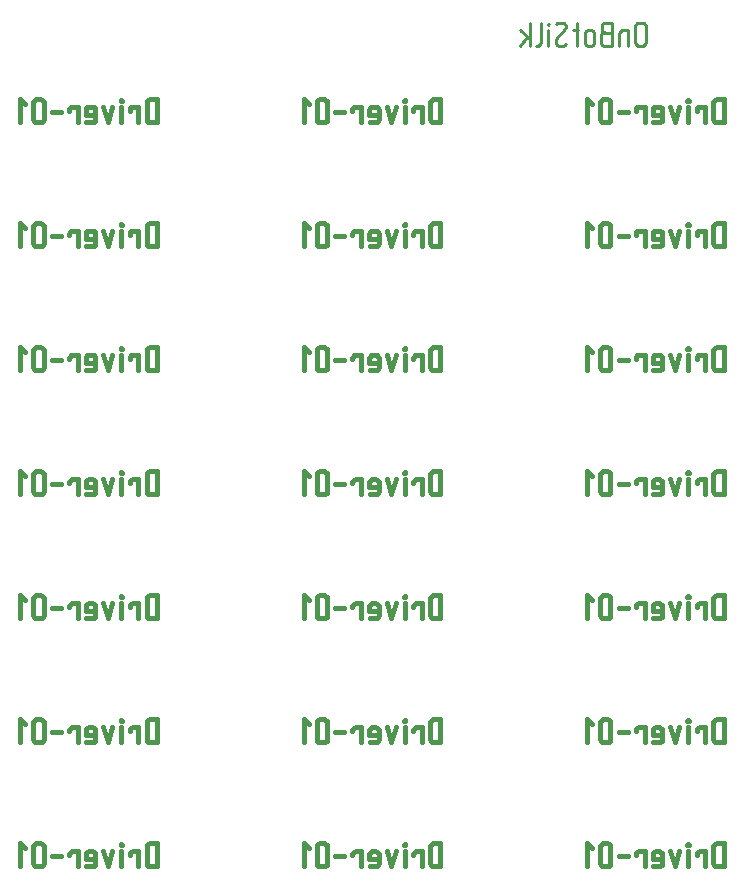
<source format=gbr>
G04 FreePCB MFC Application*
G04 Version: ÏëàòÔîðì 2.427*
G04 Author: niconson.com *
G04 WebSite: https://niconson.com/freepcb2 *
G04 Repositories: https://github.com/niconson *
G04 D:\Works\ÏëàòÔîðì íà ðóññêîì\Projects\Led\version-01\CAM(Driver-01)(11-20-2025)\Driver-01.BSL.gbr*

G04 Objects of panelization *
G04 ø¸ëê íèç layer *
G04 Scale: 100 percent, Rotated: No, Reflected: No *
%FSLAX26Y26*%
%MOIN*%
G04 ø¸ëê íèç *
G04 Rounded Rectangle Macro, params: W/2, H/2, R *
%AMRNDREC*
21,1,$1+$1,$2+$2-$3-$3,0,0,0*
21,1,$1+$1-$3-$3,$2+$2,0,0,0*
1,1,$3+$3,$1-$3,$2-$3*
1,1,$3+$3,$3-$1,$2-$3*
1,1,$3+$3,$1-$3,$3-$2*
1,1,$3+$3,$3-$1,$3-$2*%
G04 Rectangular Thermal Macro, params: W/4, H/4, TW/4, TC/4 *
%AMRECTHERM*
21,1,$1+$1-$3-$3-$4-$4,$2+$2-$3-$3-$4-$4-$4-$4,0-$1-$3-$4,0-$2-$3,0*
21,1,$1+$1-$3-$3-$4-$4-$4-$4,$2+$2-$3-$3-$4-$4,0-$1-$3,0-$2-$3-$4,0*
1,1,$4+$4+$4+$4,0-$1-$1+$4+$4,0-$2-$2+$4+$4*
1,1,$4+$4+$4+$4,0-$1-$1+$4+$4,0-$3-$3-$4-$4*
1,1,$4+$4+$4+$4,0-$3-$3-$4-$4,0-$2-$2+$4+$4*
21,1,$1+$1-$3-$3-$4-$4,$2+$2-$3-$3-$4-$4-$4-$4,0-$1-$3-$4,$2+$3,0*
21,1,$1+$1-$3-$3-$4-$4-$4-$4,$2+$2-$3-$3-$4-$4,0-$1-$3,$2+$3+$4,0*
1,1,$4+$4+$4+$4,0-$1-$1+$4+$4,$2+$2-$4-$4*
1,1,$4+$4+$4+$4,0-$1-$1+$4+$4,$3+$3+$4+$4*
1,1,$4+$4+$4+$4,0-$3-$3-$4-$4,$2+$2-$4-$4*
21,1,$1+$1-$3-$3-$4-$4,$2+$2-$3-$3-$4-$4-$4-$4,$1+$3+$4,0-$2-$3,0*
21,1,$1+$1-$3-$3-$4-$4-$4-$4,$2+$2-$3-$3-$4-$4,$1+$3,0-$2-$3-$4,0*
1,1,$4+$4+$4+$4,$1+$1-$4-$4,0-$2-$2+$4+$4*
1,1,$4+$4+$4+$4,$1+$1-$4-$4,0-$3-$3-$4-$4*
1,1,$4+$4+$4+$4,$3+$3+$4+$4,0-$2-$2+$4+$4*
21,1,$1+$1-$3-$3-$4-$4,$2+$2-$3-$3-$4-$4-$4-$4,$1+$3+$4,$2+$3,0*
21,1,$1+$1-$3-$3-$4-$4-$4-$4,$2+$2-$3-$3-$4-$4,$1+$3,$2+$3+$4,0*
1,1,$4+$4+$4+$4,$1+$1-$4-$4,$2+$2-$4-$4*
1,1,$4+$4+$4+$4,$1+$1-$4-$4,$3+$3+$4+$4*
1,1,$4+$4+$4+$4,$3+$3+$4+$4,$2+$2-$4-$4*%
%AMRECTHERM_45*
21,1,$1+$1+$1+$1,$2+$2+$2+$2-$4-$4-$4-$4-$4-$4-$4-$4-$4-$4-$3-$3,0,0,0*
21,1,$1+$1+$1+$1-$4-$4-$4-$4-$4-$4-$4-$4-$4-$4-$3-$3,$2+$2+$2+$2,0,0,0*
1,1,$4+$4+$4+$4,$1+$1-$4-$4,$2+$2-$4-$4-$4-$4-$4-$3*
1,1,$4+$4+$4+$4,$1+$1-$4-$4,0-$2-$2+$4+$4+$4+$4+$4+$3*
1,1,$4+$4+$4+$4,$1+$1-$4-$4-$4-$4-$4-$3,$2+$2-$4-$4*
1,1,$4+$4+$4+$4,0-$1-$1+$4+$4+$4+$4+$4+$3,$2+$2-$4-$4*
1,1,$4+$4+$4+$4,0-$1-$1+$4+$4,$2+$2-$4-$4-$4-$4-$4-$3*
1,1,$4+$4+$4+$4,0-$1-$1+$4+$4,0-$2-$2+$4+$4+$4+$4+$4+$3*
1,1,$4+$4+$4+$4,$1+$1-$4-$4-$4-$4-$4-$3,0-$2-$2+$4+$4*
1,1,$4+$4+$4+$4,0-$1-$1+$4+$4+$4+$4+$4+$3,0-$2-$2+$4+$4*%
%ADD10C,0.011249*%
%ADD11C,0.010000*%
%ADD12C,0.015748*%
G01*
G04 begin color: clBlack*
%LPD*%

G04 Objects of panelization *
D10*
X2047200Y2826600D02*
X2045500Y2821500D01*
X2045500Y2821500D02*
X2042100Y2818050D01*
X2042100Y2818050D02*
X2036950Y2816350D01*
X2036950Y2816350D02*
X2021550Y2816350D01*
X2021550Y2816350D02*
X2016400Y2818050D01*
X2016400Y2818050D02*
X2013000Y2821500D01*
X2013000Y2821500D02*
X2011250Y2826600D01*
X2011250Y2826600D02*
X2011250Y2883100D01*
X2011250Y2883100D02*
X2013000Y2888250D01*
X2013000Y2888250D02*
X2016400Y2891650D01*
X2016400Y2891650D02*
X2021550Y2893350D01*
X2021550Y2893350D02*
X2036950Y2893350D01*
X2036950Y2893350D02*
X2042100Y2891650D01*
X2042100Y2891650D02*
X2045500Y2888250D01*
X2045500Y2888250D02*
X2047200Y2883100D01*
X2047200Y2883100D02*
X2047200Y2826600D01*
X1988750Y2816350D02*
X1988750Y2867700D01*
X1988750Y2867700D02*
X1968200Y2867700D01*
X1968200Y2867700D02*
X1963050Y2866000D01*
X1963050Y2866000D02*
X1959650Y2862550D01*
X1959650Y2862550D02*
X1957950Y2857400D01*
X1957950Y2857400D02*
X1957950Y2816350D01*
X1911450Y2893350D02*
X1935400Y2893350D01*
X1935400Y2893350D02*
X1935400Y2816350D01*
X1935400Y2816350D02*
X1908050Y2816350D01*
X1908050Y2816350D02*
X1902900Y2818050D01*
X1902900Y2818050D02*
X1899450Y2821500D01*
X1899450Y2821500D02*
X1897750Y2826600D01*
X1897750Y2826600D02*
X1897750Y2848850D01*
X1897750Y2848850D02*
X1899450Y2854000D01*
X1899450Y2854000D02*
X1902900Y2857400D01*
X1911450Y2893350D02*
X1906300Y2891650D01*
X1906300Y2891650D02*
X1902900Y2888250D01*
X1902900Y2888250D02*
X1901200Y2883100D01*
X1901200Y2883100D02*
X1901200Y2869400D01*
X1901200Y2869400D02*
X1902900Y2864250D01*
X1902900Y2864250D02*
X1906300Y2860850D01*
X1906300Y2860850D02*
X1911450Y2859150D01*
X1902900Y2857400D02*
X1908050Y2859150D01*
X1908050Y2859150D02*
X1935400Y2859150D01*
X1875250Y2826600D02*
X1873500Y2821500D01*
X1873500Y2821500D02*
X1870100Y2818050D01*
X1870100Y2818050D02*
X1864950Y2816350D01*
X1864950Y2816350D02*
X1854700Y2816350D01*
X1854700Y2816350D02*
X1849550Y2818050D01*
X1849550Y2818050D02*
X1846150Y2821500D01*
X1846150Y2821500D02*
X1844400Y2826600D01*
X1844400Y2826600D02*
X1844400Y2857400D01*
X1844400Y2857400D02*
X1846150Y2862550D01*
X1846150Y2862550D02*
X1849550Y2866000D01*
X1849550Y2866000D02*
X1854700Y2867700D01*
X1854700Y2867700D02*
X1864950Y2867700D01*
X1864950Y2867700D02*
X1870100Y2866000D01*
X1870100Y2866000D02*
X1873500Y2862550D01*
X1873500Y2862550D02*
X1875250Y2857400D01*
X1875250Y2857400D02*
X1875250Y2826600D01*
X1816750Y2893350D02*
X1816750Y2816350D01*
X1821900Y2867700D02*
X1803050Y2867700D01*
X1746300Y2888250D02*
X1749750Y2891650D01*
X1749750Y2891650D02*
X1756600Y2893350D01*
X1756600Y2893350D02*
X1770300Y2893350D01*
X1770300Y2893350D02*
X1775400Y2891650D01*
X1775400Y2891650D02*
X1778850Y2888250D01*
X1778850Y2888250D02*
X1780550Y2883100D01*
X1780550Y2883100D02*
X1780550Y2877950D01*
X1780550Y2877950D02*
X1778850Y2872850D01*
X1778850Y2872850D02*
X1748050Y2838600D01*
X1748050Y2838600D02*
X1746300Y2833450D01*
X1746300Y2833450D02*
X1746300Y2826600D01*
X1746300Y2826600D02*
X1748050Y2821500D01*
X1748050Y2821500D02*
X1751450Y2818050D01*
X1751450Y2818050D02*
X1756600Y2816350D01*
X1756600Y2816350D02*
X1770300Y2816350D01*
X1770300Y2816350D02*
X1777150Y2818050D01*
X1777150Y2818050D02*
X1780550Y2821500D01*
X1722100Y2867700D02*
X1722100Y2816350D01*
X1722100Y2889950D02*
X1723800Y2888250D01*
X1723800Y2888250D02*
X1722100Y2886500D01*
X1722100Y2886500D02*
X1720350Y2888250D01*
X1720350Y2888250D02*
X1722100Y2889950D01*
X1697850Y2893350D02*
X1697850Y2826600D01*
X1697850Y2826600D02*
X1696150Y2821500D01*
X1696150Y2821500D02*
X1692700Y2818050D01*
X1692700Y2818050D02*
X1687550Y2816350D01*
X1687550Y2816350D02*
X1682450Y2816350D01*
X1659900Y2893350D02*
X1659900Y2816350D01*
X1659900Y2838600D02*
X1629100Y2867700D01*
X1651350Y2845450D02*
X1629100Y2816350D01*
D11*

G04 Step and Repeat for panelization *
%SRX3Y7I0.944882J0.413386*%

G04 ----------------------- Draw board outline (positive)*

G04 -------------- Draw Parts, Pads, Traces, Vias and Text (positive)*

G04 Draw traces*

G04 Draw Text*
D12*
X417300Y80700D02*
X417300Y157700D01*
X417300Y157700D02*
X393350Y157700D01*
X393350Y157700D02*
X388200Y156000D01*
X388200Y156000D02*
X384750Y152600D01*
X384750Y152600D02*
X383050Y147450D01*
X383050Y147450D02*
X383050Y90950D01*
X383050Y90950D02*
X384750Y85800D01*
X384750Y85800D02*
X388200Y82400D01*
X388200Y82400D02*
X393350Y80700D01*
X393350Y80700D02*
X417300Y80700D01*
X356050Y80700D02*
X356050Y132050D01*
X356050Y132050D02*
X337200Y132050D01*
X337200Y132050D02*
X332100Y130300D01*
X332100Y130300D02*
X328650Y126900D01*
X328650Y126900D02*
X326950Y123500D01*
X326950Y123500D02*
X326950Y120050D01*
X298200Y132050D02*
X298200Y80700D01*
X298200Y154300D02*
X299900Y152600D01*
X299900Y152600D02*
X298200Y150850D01*
X298200Y150850D02*
X296500Y152600D01*
X296500Y152600D02*
X298200Y154300D01*
X269450Y132050D02*
X254050Y80700D01*
X254050Y80700D02*
X238650Y132050D01*
X211650Y106350D02*
X180850Y106350D01*
X180850Y106350D02*
X180850Y121750D01*
X180850Y121750D02*
X182550Y126900D01*
X182550Y126900D02*
X185950Y130300D01*
X185950Y130300D02*
X191100Y132050D01*
X191100Y132050D02*
X201350Y132050D01*
X201350Y132050D02*
X206500Y130300D01*
X206500Y130300D02*
X209950Y126900D01*
X209950Y126900D02*
X211650Y121750D01*
X211650Y121750D02*
X211650Y90950D01*
X211650Y90950D02*
X209950Y85800D01*
X209950Y85800D02*
X206500Y82400D01*
X206500Y82400D02*
X201350Y80700D01*
X201350Y80700D02*
X182550Y80700D01*
X153800Y80700D02*
X153800Y132050D01*
X153800Y132050D02*
X135000Y132050D01*
X135000Y132050D02*
X129850Y130300D01*
X129850Y130300D02*
X126400Y126900D01*
X126400Y126900D02*
X124700Y123500D01*
X124700Y123500D02*
X124700Y120050D01*
X97700Y114900D02*
X66850Y114900D01*
X22750Y157700D02*
X29600Y157700D01*
X29600Y157700D02*
X34700Y156000D01*
X34700Y156000D02*
X38150Y152600D01*
X38150Y152600D02*
X39850Y147450D01*
X39850Y147450D02*
X39850Y90950D01*
X39850Y90950D02*
X38150Y85800D01*
X38150Y85800D02*
X34700Y82400D01*
X34700Y82400D02*
X29600Y80700D01*
X29600Y80700D02*
X15900Y80700D01*
X15900Y80700D02*
X10750Y82400D01*
X10750Y82400D02*
X7350Y85800D01*
X7350Y85800D02*
X5600Y90950D01*
X5600Y90950D02*
X5600Y147450D01*
X5600Y147450D02*
X7350Y152600D01*
X7350Y152600D02*
X10750Y156000D01*
X10750Y156000D02*
X15900Y157700D01*
X15900Y157700D02*
X22750Y157700D01*
X-21350Y140600D02*
X-38450Y157700D01*
X-38450Y157700D02*
X-38450Y80700D01*
D11*

G04 EOF Step and Repeat for panelization *
%SR*%
M02*

</source>
